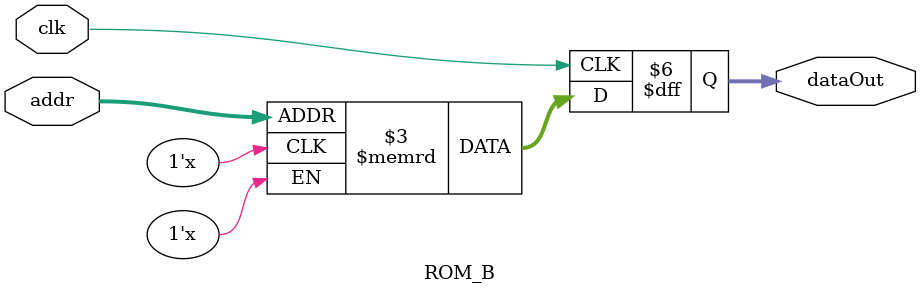
<source format=v>
`timescale 1ns / 1ps
module main(
    input clock,
    input[15:0] SW,
    input CPU_RESETN,
    inout PS2_CLK,
    inout PS2_DATA,
    output hSync, 		// H Sync Signal
	output vSync, 		// Veritcal Sync Signal
	output[3:0] VGA_R,  // Red Signal Bits
	output[3:0] VGA_G,  // Green Signal Bits
	output[3:0] VGA_B,   // Blue Signal Bits
	output[15:0] LED
);
    //reg clock = 1'b0; always #5 clock = ~clock; // Stupid testing
    localparam INSN_SIZE = 20;
    localparam WORD_SIZE = 16;
    localparam REG_ID_SIZE = 4;
    localparam OPCODE_SIZE = 4;
    localparam WIDTH = 16;

    localparam PROGRAM = "tunnel.mem";

    // Divide clock for core
    wire slow_clock;
    reg[13:0] slow_clock_cntr; initial slow_clock_cntr <= 14'b0;
    always @(posedge clock) slow_clock_cntr <= slow_clock_cntr + 1;
    assign slow_clock = slow_clock_cntr[1];

    // CPU core
    wire cpu_rwe, cpu_mwe;
    wire cpu_reset; assign cpu_reset = ~CPU_RESETN;
	wire[4:0] cpu_rd, cpu_rs1, cpu_rs2;
	wire[31:0] cpu_instAddr, cpu_instData, 
		cpu_rData, cpu_regA, cpu_regB,
		cpu_memAddr, cpu_memDataIn, cpu_memDataOut;
    reg[31:0] cpu_memData;

	// Main Processing Unit (CPU)
	processor CPU(.clock(slow_clock), .reset(cpu_reset), 		
		.address_imem(cpu_instAddr), .q_imem(cpu_instData),
		// Regfile
		.ctrl_writeEnable(cpu_rwe),     .ctrl_writeReg(cpu_rd),
		.ctrl_readRegA(cpu_rs1),     .ctrl_readRegB(cpu_rs2), 
		.data_writeReg(cpu_rData), .data_readRegA(cpu_regA), .data_readRegB(cpu_regB),
		// RAM
		.wren(cpu_mwe), .address_dmem(cpu_memAddr), 
		.data(cpu_memDataIn), .q_dmem(cpu_memData)); 
	
	// CPU Instruction Memory (ROM)
	ROM_B #(.MEMFILE({"cpu_", PROGRAM}))
	CPUInstMem(.clk(slow_clock), 
		.addr(cpu_instAddr[11:0]), 
		.dataOut(cpu_instData));
	
	// CPU Register File
	regfile RegisterFile(.clock(slow_clock), 
		.ctrl_writeEnable(cpu_rwe), .ctrl_reset(cpu_reset), 
		.ctrl_writeReg(cpu_rd),
		.ctrl_readRegA(cpu_rs1), .ctrl_readRegB(cpu_rs2), 
		.data_writeReg(cpu_rData), .data_readRegA(cpu_regA), .data_readRegB(cpu_regB));
						
	// CPU Memory (RAM)
	RAM CPUMem(.clk(slow_clock), 
		.wEn(cpu_mwe), 
		.addr(cpu_memAddr[11:0]), 
		.dataIn(cpu_memDataIn), 
		.dataOut(cpu_memDataOut));
    
    // MMIO
    reg[WORD_SIZE - 1:0] regfile_scalar[15:3]; // forward-declare cpu-writable regs
    wire[15:0] regfile_scalar_input;
    wire[7:0] kb_data;
    reg kb_clear = 1'b0;
    always @(posedge slow_clock) begin
        // Addresses:
        // - 0x1000 (read-only) = keyboard data mask (bit 0 = space, bit 1 = up, bit 2 = down)
        // - 0x1003-0x100f (write-only) = scalar registers 3-15
        if (cpu_memAddr < 32'h1000)
            cpu_memData <= cpu_memDataOut;
        else if (cpu_memAddr == 32'h1000)
            cpu_memData <= {24'b0, kb_data};
        else
            cpu_memData <= 32'b0;
        
        if (cpu_memAddr >= 32'h1003 && cpu_memAddr < 32'h1010 && cpu_mwe == 1'b1)
            regfile_scalar[cpu_memAddr[3:0]] <= regfile_scalar_input;


        if (cpu_mwe == 1'b1 && cpu_memAddr == 32'h1000)
            kb_clear <= 1'b1;
        else
            kb_clear <= 1'b0;
    end
    // Fixed-point memory to float GPU
    wire[31:0] regfile_scalar_input_single;
    fixed_to_single mmio_fts(.s_axis_a_tvalid(1'b1), .s_axis_a_tdata(cpu_memDataIn),
 .m_axis_result_tvalid(), .m_axis_result_tdata(regfile_scalar_input_single));
    single_to_half mmio_sth(.s_axis_a_tvalid(1'b1), .s_axis_a_tdata(regfile_scalar_input_single), .m_axis_result_tvalid(), .m_axis_result_tdata(regfile_scalar_input));
    // Ps2 Interface
    keyboard_input KB(.key(kb_data), .clear(kb_clear), .clk(clock), .ps2_clk(PS2_CLK), .ps2_data(PS2_DATA));
    
    // GPU core
    reg reset = 1;
    wire[15:0] pc;
    wire[INSN_SIZE-1:0] instruction;
    wire[REG_ID_SIZE-1:0] ctrl_rs1, ctrl_rs2;
    wire[WORD_SIZE-1:0] data_rs1, data_rs2;
    wire[WIDTH*WORD_SIZE*3-1:0] frame_out;
    gpu GPU(slow_clock, reset, pc, instruction, ctrl_rs1, ctrl_rs2, data_rs1, data_rs2, frame_out);

    // GPU Register file
    reg[WORD_SIZE-1 : 0] regfile_scalar_y, regfile_scalar_x; // separate from rest to avoid multi-driven net
    integer i;
    initial begin
        for (i = 3; i < 16; i = i + 1)
            regfile_scalar[i] <= 16'd0;
        
        regfile_scalar_y = 16'hdb80;
        regfile_scalar_x = 16'hdd00;
    end
    
    assign data_rs1 = ctrl_rs1 > 2 ? regfile_scalar[ctrl_rs1]
        : ctrl_rs1 == 2 ? regfile_scalar_x : ctrl_rs1 == 1 ? regfile_scalar_y : 16'd0;
    assign data_rs2 = ctrl_rs2 > 2 ? regfile_scalar[ctrl_rs2]
        : ctrl_rs2 == 2 ? regfile_scalar_x : ctrl_rs2 == 1 ? regfile_scalar_y : 16'd0;

    // GPU Instruction Memory (ROM)
	ROM_B #(.MEMFILE(PROGRAM), .DATA_WIDTH(INSN_SIZE))
	InstMem(.clk(slow_clock), 
		.addr(pc[11:0]), 
		.dataOut(instruction));

    // Scheduling logic (pixel coords to registers and outputs to framebuffer)
    reg fb_WE = 1'b0;
    wire[WIDTH*12-1:0] fb_WData; // 12-bit color
    reg[14:0] fb_upcoming_WAddr = 15'd0;
    reg[14:0] fb_WAddr;
    wire[WIDTH-1:0] next_Y, next_X;
    always @(negedge slow_clock) begin
        if (instruction[INSN_SIZE - 1 : INSN_SIZE - OPCODE_SIZE] == 4'b1010 && !fb_WE) begin
            // Update regs
            if (regfile_scalar_x == 16'h5cc0) begin // wait for x=+304
                // End of line, reset x to -320
                regfile_scalar_x <= 16'hdd00;
                if (regfile_scalar_y == 16'h5b78) begin // wait for y=+239
                    // End of frame, reset y to -240 and write-address
                    regfile_scalar_y <= 16'hdb80;
                    fb_upcoming_WAddr <= 15'b0;
                end else begin
                    regfile_scalar_y <= next_Y;
                    fb_upcoming_WAddr <= fb_upcoming_WAddr + 1;
                end
            end else begin
                regfile_scalar_x <= next_X;
                fb_upcoming_WAddr <= fb_upcoming_WAddr + 1;
            end
            // Write to framebuffer and reset
            fb_WE <= 1'b1;
            fb_WAddr <= fb_upcoming_WAddr;
            reset <= 1'b1;
        end else begin
            reset <= 1'b0;
            fb_WE <= 1'b0;
        end
    end

    // Compute fixed-point colors
    // We need a 4-bit fixed-point number, but we first convert to 7-bit fixed (+1 sign), then use random 3-bit threshold to round up (dithering)
    reg[WIDTH*3*3-1:0] dithering_random = 1;
    genvar gidx;
    generate for (gidx = 0; gidx < WIDTH * 3; gidx = gidx + 1) begin
        wire[15:0] float_form;
        wire[7:0] fixed_form;
        assign float_form = frame_out[WORD_SIZE * gidx +: WORD_SIZE];
        assign fb_WData[4 * gidx +: 4] = fixed_form[7] ? 4'b0
            : (fixed_form[2:0] <= dithering_random[3 * gidx +: 3] || fixed_form[6:3] == 4'b1111) ? fixed_form[6:3] : fixed_form[6:3] + 1;
        floating_point_1 to_fixed(.s_axis_a_tvalid(1'b1), .s_axis_a_tdata(float_form), .m_axis_result_tvalid(), .m_axis_result_tdata(fixed_form));
    end endgenerate
    always @(posedge slow_clock) begin
        // LSFR generator (taps from from https://datacipy.cz/lfsr_table.pdf)
        dithering_random <= {dithering_random[WIDTH*3*3-2 : 0], dithering_random[143] ^ dithering_random[141] ^ dithering_random[139] ^ dithering_random[136]};
    end

    // Calculate next X,Y
    fp_unit calc_next_y(.op(4'd0), .in1(regfile_scalar_y), .in2(16'h3c00), .out(next_Y), .clk(slow_clock));
    fp_unit calc_next_x(.op(4'd0), .in1(regfile_scalar_x), .in2(16'h4c00), .out(next_X), .clk(slow_clock));

    // Actual framebuffer output stuff
    framebuffer_output fb_out(clock, 1'b0, fb_WE, fb_WAddr, fb_WData, hSync, vSync, VGA_R, VGA_G, VGA_B);

    // Debugging
    //ila_0 debuggers(.clk(clock), .probe0({1'b0, fb_WAddr}), .probe1(next_X), .probe2(fb_WData[15:0]), .probe3(next_Y), .probe4(fb_WE), .probe5(slow_clock), .probe6(1'b0), .probe7(1'b0));
    assign LED[15:0] = SW[4:0] == 5'd0 ? regfile_scalar[SW[8:5]]
      : SW[15] == 0 ? cpu_rs1 == SW[4:0] ? cpu_regA[15:0] : cpu_rs2 == SW[4:0] ? cpu_regB[15:0] : 16'd0
      : cpu_rs1 == SW[4:0] ? cpu_regA[31:16] : cpu_rs2 == SW[4:0] ? cpu_regB[31:16] : 16'd0;
        
    // Testbench
    // integer actFile, cycles;
    // initial begin
    //     $dumpfile("test.vcd");
    //     $dumpvars(0, main);

    //     #25 reset = 0; // 1 cycle of reset, then start with rising edge at #30
	// 	for (cycles = 0; cycles < 100; cycles = cycles + 1) begin
	// 		// Every rising edge, write to the actual file
	// 		@(posedge clock);
	// 		if (ctrl_rs1 != 0 || ctrl_rs2 != 0) begin
	// 			$display("Cycle %3d: Read from %d and %d", cycles, ctrl_rs1, ctrl_rs2);
	// 		end
	// 	end

	// 	#100;
	// 	$finish;
    // end
    // always @(frame_out) $display("Frame out (cycle %0d): %h", cycles, frame_out);
    // always
	// 	#10 clock = ~clock;

endmodule

// Separate ROM module loading binary memory files (silly but it works I guess)
module ROM_B #(parameter DATA_WIDTH = 32, ADDRESS_WIDTH = 12, DEPTH = 4096, MEMFILE = "") (
    input wire                     clk,
    input wire [ADDRESS_WIDTH-1:0] addr,
    output reg [DATA_WIDTH-1:0]    dataOut = 0);
    
    reg[DATA_WIDTH-1:0] MemoryArray[0:DEPTH-1];
    
    initial begin
        if(MEMFILE > 0) begin
            $readmemb(MEMFILE, MemoryArray);
        end
    end
    
    always @(posedge clk) begin
        dataOut <= MemoryArray[addr];
    end
endmodule

</source>
